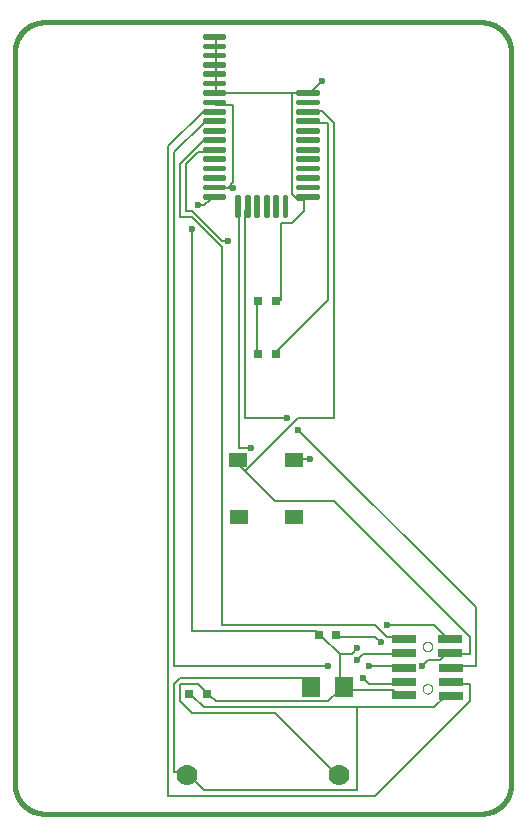
<source format=gtl>
G75*
%MOIN*%
%OFA0B0*%
%FSLAX25Y25*%
%IPPOS*%
%LPD*%
%AMOC8*
5,1,8,0,0,1.08239X$1,22.5*
%
%ADD10C,0.01600*%
%ADD11C,0.01378*%
%ADD12R,0.06102X0.04724*%
%ADD13R,0.08000X0.02500*%
%ADD14C,0.00000*%
%ADD15C,0.07000*%
%ADD16R,0.06299X0.07087*%
%ADD17R,0.03150X0.03150*%
%ADD18C,0.00500*%
%ADD19C,0.02362*%
D10*
X0004556Y0015973D02*
X0004556Y0260068D01*
X0004555Y0260068D02*
X0004558Y0260306D01*
X0004566Y0260544D01*
X0004581Y0260781D01*
X0004601Y0261018D01*
X0004627Y0261254D01*
X0004658Y0261490D01*
X0004695Y0261725D01*
X0004738Y0261959D01*
X0004787Y0262192D01*
X0004841Y0262424D01*
X0004901Y0262654D01*
X0004966Y0262883D01*
X0005037Y0263110D01*
X0005113Y0263335D01*
X0005195Y0263558D01*
X0005282Y0263780D01*
X0005374Y0263999D01*
X0005472Y0264216D01*
X0005574Y0264430D01*
X0005682Y0264642D01*
X0005796Y0264852D01*
X0005914Y0265058D01*
X0006037Y0265262D01*
X0006165Y0265462D01*
X0006297Y0265659D01*
X0006435Y0265854D01*
X0006577Y0266044D01*
X0006724Y0266232D01*
X0006875Y0266415D01*
X0007030Y0266595D01*
X0007190Y0266771D01*
X0007354Y0266943D01*
X0007523Y0267112D01*
X0007695Y0267276D01*
X0007871Y0267436D01*
X0008051Y0267591D01*
X0008234Y0267742D01*
X0008422Y0267889D01*
X0008612Y0268031D01*
X0008807Y0268169D01*
X0009004Y0268301D01*
X0009204Y0268429D01*
X0009408Y0268552D01*
X0009614Y0268670D01*
X0009824Y0268784D01*
X0010036Y0268892D01*
X0010250Y0268994D01*
X0010467Y0269092D01*
X0010686Y0269184D01*
X0010908Y0269271D01*
X0011131Y0269353D01*
X0011356Y0269429D01*
X0011583Y0269500D01*
X0011812Y0269565D01*
X0012042Y0269625D01*
X0012274Y0269679D01*
X0012507Y0269728D01*
X0012741Y0269771D01*
X0012976Y0269808D01*
X0013212Y0269839D01*
X0013448Y0269865D01*
X0013685Y0269885D01*
X0013922Y0269900D01*
X0014160Y0269908D01*
X0014398Y0269911D01*
X0014398Y0269910D02*
X0160068Y0269910D01*
X0160068Y0269911D02*
X0160306Y0269908D01*
X0160544Y0269900D01*
X0160781Y0269885D01*
X0161018Y0269865D01*
X0161254Y0269839D01*
X0161490Y0269808D01*
X0161725Y0269771D01*
X0161959Y0269728D01*
X0162192Y0269679D01*
X0162424Y0269625D01*
X0162654Y0269565D01*
X0162883Y0269500D01*
X0163110Y0269429D01*
X0163335Y0269353D01*
X0163558Y0269271D01*
X0163780Y0269184D01*
X0163999Y0269092D01*
X0164216Y0268994D01*
X0164430Y0268892D01*
X0164642Y0268784D01*
X0164852Y0268670D01*
X0165058Y0268552D01*
X0165262Y0268429D01*
X0165462Y0268301D01*
X0165659Y0268169D01*
X0165854Y0268031D01*
X0166044Y0267889D01*
X0166232Y0267742D01*
X0166415Y0267591D01*
X0166595Y0267436D01*
X0166771Y0267276D01*
X0166943Y0267112D01*
X0167112Y0266943D01*
X0167276Y0266771D01*
X0167436Y0266595D01*
X0167591Y0266415D01*
X0167742Y0266232D01*
X0167889Y0266044D01*
X0168031Y0265854D01*
X0168169Y0265659D01*
X0168301Y0265462D01*
X0168429Y0265262D01*
X0168552Y0265058D01*
X0168670Y0264852D01*
X0168784Y0264642D01*
X0168892Y0264430D01*
X0168994Y0264216D01*
X0169092Y0263999D01*
X0169184Y0263780D01*
X0169271Y0263558D01*
X0169353Y0263335D01*
X0169429Y0263110D01*
X0169500Y0262883D01*
X0169565Y0262654D01*
X0169625Y0262424D01*
X0169679Y0262192D01*
X0169728Y0261959D01*
X0169771Y0261725D01*
X0169808Y0261490D01*
X0169839Y0261254D01*
X0169865Y0261018D01*
X0169885Y0260781D01*
X0169900Y0260544D01*
X0169908Y0260306D01*
X0169911Y0260068D01*
X0169910Y0260068D02*
X0169910Y0015973D01*
X0169911Y0015973D02*
X0169908Y0015735D01*
X0169900Y0015497D01*
X0169885Y0015260D01*
X0169865Y0015023D01*
X0169839Y0014787D01*
X0169808Y0014551D01*
X0169771Y0014316D01*
X0169728Y0014082D01*
X0169679Y0013849D01*
X0169625Y0013617D01*
X0169565Y0013387D01*
X0169500Y0013158D01*
X0169429Y0012931D01*
X0169353Y0012706D01*
X0169271Y0012483D01*
X0169184Y0012261D01*
X0169092Y0012042D01*
X0168994Y0011825D01*
X0168892Y0011611D01*
X0168784Y0011399D01*
X0168670Y0011189D01*
X0168552Y0010983D01*
X0168429Y0010779D01*
X0168301Y0010579D01*
X0168169Y0010382D01*
X0168031Y0010187D01*
X0167889Y0009997D01*
X0167742Y0009809D01*
X0167591Y0009626D01*
X0167436Y0009446D01*
X0167276Y0009270D01*
X0167112Y0009098D01*
X0166943Y0008929D01*
X0166771Y0008765D01*
X0166595Y0008605D01*
X0166415Y0008450D01*
X0166232Y0008299D01*
X0166044Y0008152D01*
X0165854Y0008010D01*
X0165659Y0007872D01*
X0165462Y0007740D01*
X0165262Y0007612D01*
X0165058Y0007489D01*
X0164852Y0007371D01*
X0164642Y0007257D01*
X0164430Y0007149D01*
X0164216Y0007047D01*
X0163999Y0006949D01*
X0163780Y0006857D01*
X0163558Y0006770D01*
X0163335Y0006688D01*
X0163110Y0006612D01*
X0162883Y0006541D01*
X0162654Y0006476D01*
X0162424Y0006416D01*
X0162192Y0006362D01*
X0161959Y0006313D01*
X0161725Y0006270D01*
X0161490Y0006233D01*
X0161254Y0006202D01*
X0161018Y0006176D01*
X0160781Y0006156D01*
X0160544Y0006141D01*
X0160306Y0006133D01*
X0160068Y0006130D01*
X0160068Y0006131D02*
X0014398Y0006131D01*
X0014398Y0006130D02*
X0014160Y0006133D01*
X0013922Y0006141D01*
X0013685Y0006156D01*
X0013448Y0006176D01*
X0013212Y0006202D01*
X0012976Y0006233D01*
X0012741Y0006270D01*
X0012507Y0006313D01*
X0012274Y0006362D01*
X0012042Y0006416D01*
X0011812Y0006476D01*
X0011583Y0006541D01*
X0011356Y0006612D01*
X0011131Y0006688D01*
X0010908Y0006770D01*
X0010686Y0006857D01*
X0010467Y0006949D01*
X0010250Y0007047D01*
X0010036Y0007149D01*
X0009824Y0007257D01*
X0009614Y0007371D01*
X0009408Y0007489D01*
X0009204Y0007612D01*
X0009004Y0007740D01*
X0008807Y0007872D01*
X0008612Y0008010D01*
X0008422Y0008152D01*
X0008234Y0008299D01*
X0008051Y0008450D01*
X0007871Y0008605D01*
X0007695Y0008765D01*
X0007523Y0008929D01*
X0007354Y0009098D01*
X0007190Y0009270D01*
X0007030Y0009446D01*
X0006875Y0009626D01*
X0006724Y0009809D01*
X0006577Y0009997D01*
X0006435Y0010187D01*
X0006297Y0010382D01*
X0006165Y0010579D01*
X0006037Y0010779D01*
X0005914Y0010983D01*
X0005796Y0011189D01*
X0005682Y0011399D01*
X0005574Y0011611D01*
X0005472Y0011825D01*
X0005374Y0012042D01*
X0005282Y0012261D01*
X0005195Y0012483D01*
X0005113Y0012706D01*
X0005037Y0012931D01*
X0004966Y0013158D01*
X0004901Y0013387D01*
X0004841Y0013617D01*
X0004787Y0013849D01*
X0004738Y0014082D01*
X0004695Y0014316D01*
X0004658Y0014551D01*
X0004627Y0014787D01*
X0004601Y0015023D01*
X0004581Y0015260D01*
X0004566Y0015497D01*
X0004558Y0015735D01*
X0004555Y0015973D01*
D11*
X0079300Y0205324D02*
X0079300Y0211820D01*
X0079300Y0205324D02*
X0078710Y0205324D01*
X0078710Y0211820D01*
X0079300Y0211820D01*
X0079300Y0206701D02*
X0078710Y0206701D01*
X0078710Y0208078D02*
X0079300Y0208078D01*
X0079300Y0209455D02*
X0078710Y0209455D01*
X0078710Y0210832D02*
X0079300Y0210832D01*
X0082449Y0211820D02*
X0082449Y0205324D01*
X0081859Y0205324D01*
X0081859Y0211820D01*
X0082449Y0211820D01*
X0082449Y0206701D02*
X0081859Y0206701D01*
X0081859Y0208078D02*
X0082449Y0208078D01*
X0082449Y0209455D02*
X0081859Y0209455D01*
X0081859Y0210832D02*
X0082449Y0210832D01*
X0085599Y0211820D02*
X0085599Y0205324D01*
X0085009Y0205324D01*
X0085009Y0211820D01*
X0085599Y0211820D01*
X0085599Y0206701D02*
X0085009Y0206701D01*
X0085009Y0208078D02*
X0085599Y0208078D01*
X0085599Y0209455D02*
X0085009Y0209455D01*
X0085009Y0210832D02*
X0085599Y0210832D01*
X0088749Y0211820D02*
X0088749Y0205324D01*
X0088159Y0205324D01*
X0088159Y0211820D01*
X0088749Y0211820D01*
X0088749Y0206701D02*
X0088159Y0206701D01*
X0088159Y0208078D02*
X0088749Y0208078D01*
X0088749Y0209455D02*
X0088159Y0209455D01*
X0088159Y0210832D02*
X0088749Y0210832D01*
X0091898Y0211820D02*
X0091898Y0205324D01*
X0091308Y0205324D01*
X0091308Y0211820D01*
X0091898Y0211820D01*
X0091898Y0206701D02*
X0091308Y0206701D01*
X0091308Y0208078D02*
X0091898Y0208078D01*
X0091898Y0209455D02*
X0091308Y0209455D01*
X0091308Y0210832D02*
X0091898Y0210832D01*
X0095048Y0211820D02*
X0095048Y0205324D01*
X0094458Y0205324D01*
X0094458Y0211820D01*
X0095048Y0211820D01*
X0095048Y0206701D02*
X0094458Y0206701D01*
X0094458Y0208078D02*
X0095048Y0208078D01*
X0095048Y0209455D02*
X0094458Y0209455D01*
X0094458Y0210832D02*
X0095048Y0210832D01*
X0098985Y0211426D02*
X0105481Y0211426D01*
X0098985Y0211426D02*
X0098985Y0212016D01*
X0105481Y0212016D01*
X0105481Y0211426D01*
X0105481Y0214576D02*
X0098985Y0214576D01*
X0098985Y0215166D01*
X0105481Y0215166D01*
X0105481Y0214576D01*
X0105481Y0217725D02*
X0098985Y0217725D01*
X0098985Y0218315D01*
X0105481Y0218315D01*
X0105481Y0217725D01*
X0105481Y0220875D02*
X0098985Y0220875D01*
X0098985Y0221465D01*
X0105481Y0221465D01*
X0105481Y0220875D01*
X0105481Y0224025D02*
X0098985Y0224025D01*
X0098985Y0224615D01*
X0105481Y0224615D01*
X0105481Y0224025D01*
X0105481Y0227174D02*
X0098985Y0227174D01*
X0098985Y0227764D01*
X0105481Y0227764D01*
X0105481Y0227174D01*
X0105481Y0230324D02*
X0098985Y0230324D01*
X0098985Y0230914D01*
X0105481Y0230914D01*
X0105481Y0230324D01*
X0105481Y0233474D02*
X0098985Y0233474D01*
X0098985Y0234064D01*
X0105481Y0234064D01*
X0105481Y0233474D01*
X0105481Y0236623D02*
X0098985Y0236623D01*
X0098985Y0237213D01*
X0105481Y0237213D01*
X0105481Y0236623D01*
X0105481Y0239773D02*
X0098985Y0239773D01*
X0098985Y0240363D01*
X0105481Y0240363D01*
X0105481Y0239773D01*
X0105481Y0242922D02*
X0098985Y0242922D01*
X0098985Y0243512D01*
X0105481Y0243512D01*
X0105481Y0242922D01*
X0105481Y0246072D02*
X0098985Y0246072D01*
X0098985Y0246662D01*
X0105481Y0246662D01*
X0105481Y0246072D01*
X0074379Y0246072D02*
X0067883Y0246072D01*
X0067883Y0246662D01*
X0074379Y0246662D01*
X0074379Y0246072D01*
X0074379Y0242922D02*
X0067883Y0242922D01*
X0067883Y0243512D01*
X0074379Y0243512D01*
X0074379Y0242922D01*
X0074379Y0239773D02*
X0067883Y0239773D01*
X0067883Y0240363D01*
X0074379Y0240363D01*
X0074379Y0239773D01*
X0074379Y0236623D02*
X0067883Y0236623D01*
X0067883Y0237213D01*
X0074379Y0237213D01*
X0074379Y0236623D01*
X0074379Y0233474D02*
X0067883Y0233474D01*
X0067883Y0234064D01*
X0074379Y0234064D01*
X0074379Y0233474D01*
X0074379Y0230324D02*
X0067883Y0230324D01*
X0067883Y0230914D01*
X0074379Y0230914D01*
X0074379Y0230324D01*
X0074379Y0227174D02*
X0067883Y0227174D01*
X0067883Y0227764D01*
X0074379Y0227764D01*
X0074379Y0227174D01*
X0074379Y0224025D02*
X0067883Y0224025D01*
X0067883Y0224615D01*
X0074379Y0224615D01*
X0074379Y0224025D01*
X0074379Y0220875D02*
X0067883Y0220875D01*
X0067883Y0221465D01*
X0074379Y0221465D01*
X0074379Y0220875D01*
X0074379Y0217725D02*
X0067883Y0217725D01*
X0067883Y0218315D01*
X0074379Y0218315D01*
X0074379Y0217725D01*
X0074379Y0214576D02*
X0067883Y0214576D01*
X0067883Y0215166D01*
X0074379Y0215166D01*
X0074379Y0214576D01*
X0074379Y0211426D02*
X0067883Y0211426D01*
X0067883Y0212016D01*
X0074379Y0212016D01*
X0074379Y0211426D01*
X0074379Y0249222D02*
X0067883Y0249222D01*
X0067883Y0249812D01*
X0074379Y0249812D01*
X0074379Y0249222D01*
X0074379Y0252371D02*
X0067883Y0252371D01*
X0067883Y0252961D01*
X0074379Y0252961D01*
X0074379Y0252371D01*
X0074379Y0255521D02*
X0067883Y0255521D01*
X0067883Y0256111D01*
X0074379Y0256111D01*
X0074379Y0255521D01*
X0074379Y0258552D02*
X0067883Y0258552D01*
X0067883Y0259142D01*
X0074379Y0259142D01*
X0074379Y0258552D01*
X0074379Y0261584D02*
X0067883Y0261584D01*
X0067883Y0262174D01*
X0074379Y0262174D01*
X0074379Y0261584D01*
X0074379Y0264615D02*
X0067883Y0264615D01*
X0067883Y0265205D01*
X0074379Y0265205D01*
X0074379Y0264615D01*
D12*
X0078769Y0124044D03*
X0079162Y0105146D03*
X0097666Y0105146D03*
X0097666Y0124044D03*
D13*
X0134202Y0064280D03*
X0134202Y0059556D03*
X0134202Y0054831D03*
X0134202Y0050107D03*
X0134202Y0045580D03*
X0149753Y0045383D03*
X0149753Y0050107D03*
X0149753Y0054831D03*
X0149556Y0059556D03*
X0149556Y0064280D03*
D14*
X0140501Y0061918D02*
X0140503Y0061997D01*
X0140509Y0062076D01*
X0140519Y0062155D01*
X0140533Y0062233D01*
X0140550Y0062310D01*
X0140572Y0062386D01*
X0140597Y0062461D01*
X0140627Y0062534D01*
X0140659Y0062606D01*
X0140696Y0062677D01*
X0140736Y0062745D01*
X0140779Y0062811D01*
X0140825Y0062875D01*
X0140875Y0062937D01*
X0140928Y0062996D01*
X0140983Y0063052D01*
X0141042Y0063106D01*
X0141103Y0063156D01*
X0141166Y0063204D01*
X0141232Y0063248D01*
X0141300Y0063289D01*
X0141370Y0063326D01*
X0141441Y0063360D01*
X0141515Y0063390D01*
X0141589Y0063416D01*
X0141665Y0063438D01*
X0141742Y0063457D01*
X0141820Y0063472D01*
X0141898Y0063483D01*
X0141977Y0063490D01*
X0142056Y0063493D01*
X0142135Y0063492D01*
X0142214Y0063487D01*
X0142293Y0063478D01*
X0142371Y0063465D01*
X0142448Y0063448D01*
X0142525Y0063428D01*
X0142600Y0063403D01*
X0142674Y0063375D01*
X0142747Y0063343D01*
X0142817Y0063308D01*
X0142886Y0063269D01*
X0142953Y0063226D01*
X0143018Y0063180D01*
X0143080Y0063132D01*
X0143140Y0063080D01*
X0143197Y0063025D01*
X0143251Y0062967D01*
X0143302Y0062907D01*
X0143350Y0062844D01*
X0143395Y0062779D01*
X0143437Y0062711D01*
X0143475Y0062642D01*
X0143509Y0062571D01*
X0143540Y0062498D01*
X0143568Y0062423D01*
X0143591Y0062348D01*
X0143611Y0062271D01*
X0143627Y0062194D01*
X0143639Y0062115D01*
X0143647Y0062037D01*
X0143651Y0061958D01*
X0143651Y0061878D01*
X0143647Y0061799D01*
X0143639Y0061721D01*
X0143627Y0061642D01*
X0143611Y0061565D01*
X0143591Y0061488D01*
X0143568Y0061413D01*
X0143540Y0061338D01*
X0143509Y0061265D01*
X0143475Y0061194D01*
X0143437Y0061125D01*
X0143395Y0061057D01*
X0143350Y0060992D01*
X0143302Y0060929D01*
X0143251Y0060869D01*
X0143197Y0060811D01*
X0143140Y0060756D01*
X0143080Y0060704D01*
X0143018Y0060656D01*
X0142953Y0060610D01*
X0142886Y0060567D01*
X0142817Y0060528D01*
X0142747Y0060493D01*
X0142674Y0060461D01*
X0142600Y0060433D01*
X0142525Y0060408D01*
X0142448Y0060388D01*
X0142371Y0060371D01*
X0142293Y0060358D01*
X0142214Y0060349D01*
X0142135Y0060344D01*
X0142056Y0060343D01*
X0141977Y0060346D01*
X0141898Y0060353D01*
X0141820Y0060364D01*
X0141742Y0060379D01*
X0141665Y0060398D01*
X0141589Y0060420D01*
X0141515Y0060446D01*
X0141441Y0060476D01*
X0141370Y0060510D01*
X0141300Y0060547D01*
X0141232Y0060588D01*
X0141166Y0060632D01*
X0141103Y0060680D01*
X0141042Y0060730D01*
X0140983Y0060784D01*
X0140928Y0060840D01*
X0140875Y0060899D01*
X0140825Y0060961D01*
X0140779Y0061025D01*
X0140736Y0061091D01*
X0140696Y0061159D01*
X0140659Y0061230D01*
X0140627Y0061302D01*
X0140597Y0061375D01*
X0140572Y0061450D01*
X0140550Y0061526D01*
X0140533Y0061603D01*
X0140519Y0061681D01*
X0140509Y0061760D01*
X0140503Y0061839D01*
X0140501Y0061918D01*
X0140501Y0047745D02*
X0140503Y0047824D01*
X0140509Y0047903D01*
X0140519Y0047982D01*
X0140533Y0048060D01*
X0140550Y0048137D01*
X0140572Y0048213D01*
X0140597Y0048288D01*
X0140627Y0048361D01*
X0140659Y0048433D01*
X0140696Y0048504D01*
X0140736Y0048572D01*
X0140779Y0048638D01*
X0140825Y0048702D01*
X0140875Y0048764D01*
X0140928Y0048823D01*
X0140983Y0048879D01*
X0141042Y0048933D01*
X0141103Y0048983D01*
X0141166Y0049031D01*
X0141232Y0049075D01*
X0141300Y0049116D01*
X0141370Y0049153D01*
X0141441Y0049187D01*
X0141515Y0049217D01*
X0141589Y0049243D01*
X0141665Y0049265D01*
X0141742Y0049284D01*
X0141820Y0049299D01*
X0141898Y0049310D01*
X0141977Y0049317D01*
X0142056Y0049320D01*
X0142135Y0049319D01*
X0142214Y0049314D01*
X0142293Y0049305D01*
X0142371Y0049292D01*
X0142448Y0049275D01*
X0142525Y0049255D01*
X0142600Y0049230D01*
X0142674Y0049202D01*
X0142747Y0049170D01*
X0142817Y0049135D01*
X0142886Y0049096D01*
X0142953Y0049053D01*
X0143018Y0049007D01*
X0143080Y0048959D01*
X0143140Y0048907D01*
X0143197Y0048852D01*
X0143251Y0048794D01*
X0143302Y0048734D01*
X0143350Y0048671D01*
X0143395Y0048606D01*
X0143437Y0048538D01*
X0143475Y0048469D01*
X0143509Y0048398D01*
X0143540Y0048325D01*
X0143568Y0048250D01*
X0143591Y0048175D01*
X0143611Y0048098D01*
X0143627Y0048021D01*
X0143639Y0047942D01*
X0143647Y0047864D01*
X0143651Y0047785D01*
X0143651Y0047705D01*
X0143647Y0047626D01*
X0143639Y0047548D01*
X0143627Y0047469D01*
X0143611Y0047392D01*
X0143591Y0047315D01*
X0143568Y0047240D01*
X0143540Y0047165D01*
X0143509Y0047092D01*
X0143475Y0047021D01*
X0143437Y0046952D01*
X0143395Y0046884D01*
X0143350Y0046819D01*
X0143302Y0046756D01*
X0143251Y0046696D01*
X0143197Y0046638D01*
X0143140Y0046583D01*
X0143080Y0046531D01*
X0143018Y0046483D01*
X0142953Y0046437D01*
X0142886Y0046394D01*
X0142817Y0046355D01*
X0142747Y0046320D01*
X0142674Y0046288D01*
X0142600Y0046260D01*
X0142525Y0046235D01*
X0142448Y0046215D01*
X0142371Y0046198D01*
X0142293Y0046185D01*
X0142214Y0046176D01*
X0142135Y0046171D01*
X0142056Y0046170D01*
X0141977Y0046173D01*
X0141898Y0046180D01*
X0141820Y0046191D01*
X0141742Y0046206D01*
X0141665Y0046225D01*
X0141589Y0046247D01*
X0141515Y0046273D01*
X0141441Y0046303D01*
X0141370Y0046337D01*
X0141300Y0046374D01*
X0141232Y0046415D01*
X0141166Y0046459D01*
X0141103Y0046507D01*
X0141042Y0046557D01*
X0140983Y0046611D01*
X0140928Y0046667D01*
X0140875Y0046726D01*
X0140825Y0046788D01*
X0140779Y0046852D01*
X0140736Y0046918D01*
X0140696Y0046986D01*
X0140659Y0047057D01*
X0140627Y0047129D01*
X0140597Y0047202D01*
X0140572Y0047277D01*
X0140550Y0047353D01*
X0140533Y0047430D01*
X0140519Y0047508D01*
X0140509Y0047587D01*
X0140503Y0047666D01*
X0140501Y0047745D01*
D15*
X0112430Y0019123D03*
X0062036Y0019123D03*
D16*
X0103335Y0048296D03*
X0114359Y0048296D03*
D17*
X0111721Y0065658D03*
X0105816Y0065658D03*
X0068611Y0046052D03*
X0062706Y0046052D03*
X0085619Y0159398D03*
X0091524Y0159398D03*
X0091603Y0177036D03*
X0085698Y0177036D03*
D18*
X0085265Y0177391D01*
X0085265Y0159674D01*
X0085619Y0159398D01*
X0091170Y0159674D02*
X0091524Y0159398D01*
X0091170Y0159674D02*
X0108887Y0177391D01*
X0108887Y0236446D01*
X0102981Y0236446D01*
X0102233Y0236918D01*
X0102233Y0240068D02*
X0102981Y0240383D01*
X0106918Y0240383D01*
X0110855Y0236446D01*
X0110855Y0138020D01*
X0099044Y0138020D01*
X0081328Y0120304D01*
X0079359Y0122272D01*
X0078769Y0124044D01*
X0079359Y0128178D02*
X0083296Y0128178D01*
X0079359Y0128178D02*
X0079359Y0206918D01*
X0079005Y0208572D01*
X0081328Y0206918D02*
X0082154Y0208572D01*
X0081328Y0206918D02*
X0081328Y0138020D01*
X0095107Y0138020D01*
X0099044Y0134083D02*
X0158099Y0075028D01*
X0158099Y0055343D01*
X0150225Y0055343D01*
X0149753Y0054831D01*
X0146288Y0057312D02*
X0148257Y0059280D01*
X0149556Y0059556D01*
X0150225Y0059280D01*
X0156131Y0059280D01*
X0156131Y0065186D01*
X0110855Y0110461D01*
X0091170Y0110461D01*
X0081328Y0120304D01*
X0097666Y0124044D02*
X0099044Y0124241D01*
X0102981Y0124241D01*
X0091603Y0177036D02*
X0093139Y0177391D01*
X0093139Y0202981D01*
X0097076Y0202981D01*
X0101013Y0206918D01*
X0101013Y0210855D01*
X0102233Y0211721D01*
X0101013Y0210855D02*
X0099044Y0210855D01*
X0097076Y0212824D01*
X0097076Y0246288D01*
X0071485Y0246288D01*
X0071131Y0246367D01*
X0071485Y0246288D02*
X0071485Y0250225D01*
X0071131Y0249517D01*
X0071485Y0250225D02*
X0071485Y0252194D01*
X0071131Y0252666D01*
X0071485Y0252194D02*
X0071485Y0256131D01*
X0071131Y0255816D01*
X0071485Y0256131D02*
X0071485Y0258099D01*
X0071131Y0258847D01*
X0071485Y0258099D02*
X0071485Y0262036D01*
X0071131Y0261879D01*
X0071485Y0262036D02*
X0071485Y0264005D01*
X0071131Y0264910D01*
X0071131Y0243217D02*
X0071485Y0242351D01*
X0077391Y0242351D01*
X0077391Y0216761D01*
X0075422Y0214792D01*
X0077391Y0214792D01*
X0075422Y0214792D02*
X0071485Y0214792D01*
X0071131Y0214871D01*
X0071131Y0211721D02*
X0069517Y0210855D01*
X0067548Y0208887D01*
X0065580Y0208887D01*
X0063611Y0206918D02*
X0073454Y0197076D01*
X0075422Y0197076D01*
X0073454Y0195107D02*
X0073454Y0069123D01*
X0124635Y0069123D01*
X0128572Y0065186D01*
X0132509Y0065186D01*
X0134202Y0064280D01*
X0134202Y0059556D02*
X0132509Y0059280D01*
X0120698Y0059280D01*
X0118729Y0057312D01*
X0116761Y0059280D02*
X0112824Y0059280D01*
X0112824Y0049438D01*
X0114359Y0048296D01*
X0114792Y0047469D01*
X0130540Y0047469D01*
X0132509Y0045501D01*
X0134202Y0045580D01*
X0132509Y0049438D02*
X0134202Y0050107D01*
X0132509Y0049438D02*
X0122666Y0049438D01*
X0120698Y0051406D01*
X0122666Y0055343D02*
X0132509Y0055343D01*
X0134202Y0054831D01*
X0140383Y0055343D02*
X0142351Y0057312D01*
X0146288Y0057312D01*
X0149753Y0050107D02*
X0150225Y0049438D01*
X0156131Y0049438D01*
X0156131Y0043532D01*
X0124635Y0012036D01*
X0055737Y0012036D01*
X0055737Y0228572D01*
X0067548Y0240383D01*
X0069517Y0240383D01*
X0071131Y0240068D01*
X0071131Y0236918D02*
X0069517Y0236446D01*
X0067548Y0236446D01*
X0057706Y0226603D01*
X0057706Y0055343D01*
X0108887Y0055343D01*
X0112824Y0059280D02*
X0106918Y0065186D01*
X0105816Y0065658D01*
X0104950Y0067154D01*
X0063611Y0067154D01*
X0063611Y0201013D01*
X0063611Y0204950D02*
X0073454Y0195107D01*
X0063611Y0204950D02*
X0059674Y0204950D01*
X0059674Y0222666D01*
X0067548Y0230540D01*
X0069517Y0230540D01*
X0071131Y0230619D01*
X0071131Y0227469D02*
X0069517Y0226603D01*
X0065580Y0226603D01*
X0061643Y0222666D01*
X0061643Y0206918D01*
X0063611Y0206918D01*
X0097076Y0246288D02*
X0101013Y0246288D01*
X0102233Y0246367D01*
X0102981Y0246288D01*
X0106918Y0250225D01*
X0128572Y0069123D02*
X0144320Y0069123D01*
X0148257Y0065186D01*
X0149556Y0064280D01*
X0148257Y0045501D02*
X0149753Y0045383D01*
X0148257Y0045501D02*
X0144320Y0041564D01*
X0118729Y0041564D01*
X0118729Y0014005D01*
X0067548Y0014005D01*
X0063611Y0017942D01*
X0062036Y0019123D01*
X0061643Y0019910D01*
X0057706Y0019910D01*
X0057706Y0049438D01*
X0059674Y0051406D01*
X0101013Y0051406D01*
X0102981Y0049438D01*
X0103335Y0048296D01*
X0108887Y0043532D02*
X0112824Y0047469D01*
X0114359Y0048296D01*
X0118729Y0041564D02*
X0067548Y0041564D01*
X0063611Y0045501D01*
X0062706Y0046052D01*
X0059674Y0043532D02*
X0059674Y0049438D01*
X0065580Y0049438D01*
X0067548Y0047469D01*
X0068611Y0046052D01*
X0069517Y0045501D01*
X0071485Y0043532D01*
X0108887Y0043532D01*
X0116761Y0059280D02*
X0118729Y0061249D01*
X0112824Y0065186D02*
X0111721Y0065658D01*
X0112824Y0065186D02*
X0124635Y0065186D01*
X0126603Y0063217D01*
X0091170Y0039595D02*
X0110855Y0019910D01*
X0112430Y0019123D01*
X0091170Y0039595D02*
X0063611Y0039595D01*
X0059674Y0043532D01*
D19*
X0108887Y0055343D03*
X0118729Y0057312D03*
X0118729Y0061249D03*
X0122666Y0055343D03*
X0120698Y0051406D03*
X0126603Y0063217D03*
X0128572Y0069123D03*
X0140383Y0055343D03*
X0102981Y0124241D03*
X0099044Y0134083D03*
X0095107Y0138020D03*
X0083296Y0128178D03*
X0075422Y0197076D03*
X0065580Y0208887D03*
X0063611Y0201013D03*
X0077391Y0214792D03*
X0106918Y0250225D03*
M02*

</source>
